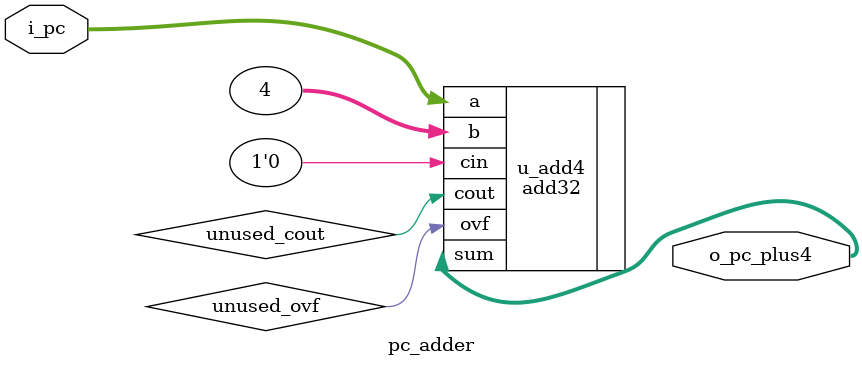
<source format=sv>
`timescale 1ns/1ps

module pc_adder(
  input  logic [31:0] i_pc,
  output logic [31:0] o_pc_plus4
);
  // Use gate-level adder (no '+') to compute PC+4
  logic unused_cout, unused_ovf;
  add32 u_add4(
    .a   (i_pc),
    .b   (32'd4),
    .cin (1'b0),
    .sum (o_pc_plus4),
    .cout(unused_cout),
    .ovf (unused_ovf)
  );
endmodule

</source>
